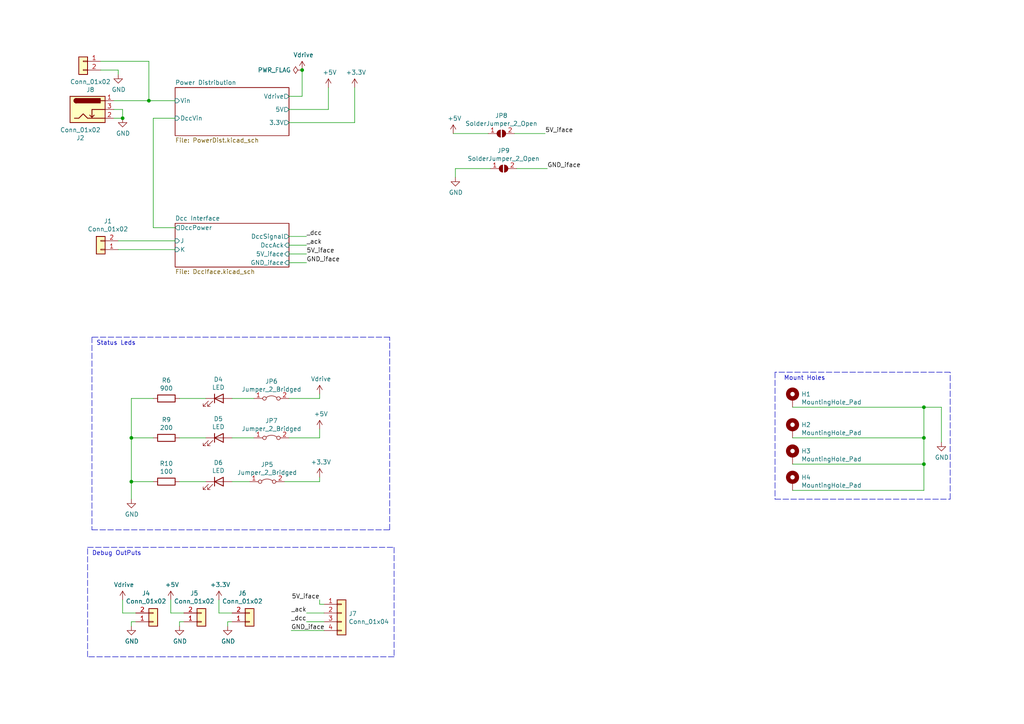
<source format=kicad_sch>
(kicad_sch (version 20211123) (generator eeschema)
  (paper "A4")
  (title_block (date "2021-11-09") (rev "v1.0.0-RC2"))
  (lib_symbols
    (symbol "Connector:Barrel_Jack_Switch" (pin_names hide)
      (property "Reference" "J" (at 0 5.334 0))
      (property "Value" "Barrel_Jack_Switch" (at 0 -5.08 0))
      (symbol "Barrel_Jack_Switch_0_1"
        (rectangle (start -5.08 3.81) (end 5.08 -3.81) (stroke (width 0.254)) (fill (type background)))
        (arc (start -3.302 3.175) (mid -3.937 2.54) (end -3.302 1.905) (stroke (width 0.254)))
        (arc (start -3.302 3.175) (mid -3.937 2.54) (end -3.302 1.905) (stroke (width 0.254)) (fill (type outline)))
        (polyline (pts (xy 1.27 -2.286) (xy 1.905 -1.651)) (stroke (width 0.254)))
        (polyline (pts (xy 5.08 2.54) (xy 3.81 2.54)) (stroke (width 0.254)))
        (polyline (pts (xy 5.08 0) (xy 1.27 0) (xy 1.27 -2.286) (xy 0.635 -1.651)) (stroke (width 0.254)))
        (polyline (pts (xy -3.81 -2.54) (xy -2.54 -2.54) (xy -1.27 -1.27) (xy 0 -2.54) (xy 2.54 -2.54) (xy 5.08 -2.54)) (stroke (width 0.254)))
        (rectangle (start 3.683 3.175) (end -3.302 1.905) (stroke (width 0.254)) (fill (type outline)))
      )
      (symbol "Barrel_Jack_Switch_1_1"
        (pin passive line (at 7.62 2.54 180) (length 2.54) (name "~") (number "1"))
        (pin passive line (at 7.62 -2.54 180) (length 2.54) (name "~") (number "2"))
        (pin passive line (at 7.62 0 180) (length 2.54) (name "~") (number "3"))
      )
    )
    (symbol "Connector_Generic:Conn_01x02" (pin_names (offset 1.016) hide)
      (property "Reference" "J" (at 0 2.54 0))
      (property "Value" "Conn_01x02" (at 0 -5.08 0))
      (symbol "Conn_01x02_1_1"
        (rectangle (start -1.27 -2.413) (end 0 -2.667) (stroke (width 0.1524)))
        (rectangle (start -1.27 0.127) (end 0 -0.127) (stroke (width 0.1524)))
        (rectangle (start -1.27 1.27) (end 1.27 -3.81) (stroke (width 0.254)) (fill (type background)))
        (pin passive line (at -5.08 0 0) (length 3.81) (name "Pin_1") (number "1"))
        (pin passive line (at -5.08 -2.54 0) (length 3.81) (name "Pin_2") (number "2"))
      )
    )
    (symbol "Connector_Generic:Conn_01x04" (pin_names (offset 1.016) hide)
      (property "Reference" "J" (at 0 5.08 0))
      (property "Value" "Conn_01x04" (at 0 -7.62 0))
      (symbol "Conn_01x04_1_1"
        (rectangle (start -1.27 -4.953) (end 0 -5.207) (stroke (width 0.1524)))
        (rectangle (start -1.27 -2.413) (end 0 -2.667) (stroke (width 0.1524)))
        (rectangle (start -1.27 0.127) (end 0 -0.127) (stroke (width 0.1524)))
        (rectangle (start -1.27 2.667) (end 0 2.413) (stroke (width 0.1524)))
        (rectangle (start -1.27 3.81) (end 1.27 -6.35) (stroke (width 0.254)) (fill (type background)))
        (pin passive line (at -5.08 2.54 0) (length 3.81) (name "Pin_1") (number "1"))
        (pin passive line (at -5.08 0 0) (length 3.81) (name "Pin_2") (number "2"))
        (pin passive line (at -5.08 -2.54 0) (length 3.81) (name "Pin_3") (number "3"))
        (pin passive line (at -5.08 -5.08 0) (length 3.81) (name "Pin_4") (number "4"))
      )
    )
    (symbol "Device:LED" (pin_numbers hide) (pin_names (offset 1.016) hide)
      (property "Reference" "D" (at 0 2.54 0))
      (property "Value" "LED" (at 0 -2.54 0))
      (symbol "LED_0_1"
        (polyline (pts (xy -1.27 -1.27) (xy -1.27 1.27)) (stroke (width 0.254)))
        (polyline (pts (xy -1.27 0) (xy 1.27 0)))
        (polyline (pts (xy 1.27 -1.27) (xy 1.27 1.27) (xy -1.27 0) (xy 1.27 -1.27)) (stroke (width 0.254)))
        (polyline (pts (xy -3.048 -0.762) (xy -4.572 -2.286) (xy -3.81 -2.286) (xy -4.572 -2.286) (xy -4.572 -1.524)))
        (polyline (pts (xy -1.778 -0.762) (xy -3.302 -2.286) (xy -2.54 -2.286) (xy -3.302 -2.286) (xy -3.302 -1.524)))
      )
      (symbol "LED_1_1"
        (pin passive line (at -3.81 0 0) (length 2.54) (name "K") (number "1"))
        (pin passive line (at 3.81 0 180) (length 2.54) (name "A") (number "2"))
      )
    )
    (symbol "Device:R" (pin_numbers hide) (pin_names (offset 0))
      (property "Reference" "R" (at 2.032 0 90))
      (property "Value" "R" (at 0 0 90))
      (symbol "R_0_1"
        (rectangle (start -1.016 -2.54) (end 1.016 2.54) (stroke (width 0.254)))
      )
      (symbol "R_1_1"
        (pin passive line (at 0 3.81 270) (length 1.27) (name "~") (number "1"))
        (pin passive line (at 0 -3.81 90) (length 1.27) (name "~") (number "2"))
      )
    )
    (symbol "Jumper:Jumper_2_Bridged" (pin_names (offset 0) hide)
      (property "Reference" "JP" (at 0 1.905 0))
      (property "Value" "Jumper_2_Bridged" (at 0 -2.54 0))
      (symbol "Jumper_2_Bridged_0_0"
        (circle (center -2.032 0) (radius 0.508))
        (circle (center 2.032 0) (radius 0.508))
      )
      (symbol "Jumper_2_Bridged_0_1"
        (arc (start 1.524 0.254) (mid 0 0.762) (end -1.524 0.254))
      )
      (symbol "Jumper_2_Bridged_1_1"
        (pin passive line (at -5.08 0 0) (length 2.54) (name "A") (number "1"))
        (pin passive line (at 5.08 0 180) (length 2.54) (name "B") (number "2"))
      )
    )
    (symbol "Jumper:SolderJumper_2_Open" (pin_names (offset 0) hide)
      (property "Reference" "JP" (at 0 2.032 0))
      (property "Value" "SolderJumper_2_Open" (at 0 -2.54 0))
      (symbol "SolderJumper_2_Open_0_1"
        (arc (start -0.254 1.016) (mid -1.27 0) (end -0.254 -1.016))
        (arc (start -0.254 1.016) (mid -1.27 0) (end -0.254 -1.016) (fill (type outline)))
        (polyline (pts (xy -0.254 1.016) (xy -0.254 -1.016)))
        (polyline (pts (xy 0.254 1.016) (xy 0.254 -1.016)))
        (arc (start 0.254 -1.016) (mid 1.27 0) (end 0.254 1.016))
        (arc (start 0.254 -1.016) (mid 1.27 0) (end 0.254 1.016) (fill (type outline)))
      )
      (symbol "SolderJumper_2_Open_1_1"
        (pin passive line (at -3.81 0 0) (length 2.54) (name "A") (number "1"))
        (pin passive line (at 3.81 0 180) (length 2.54) (name "B") (number "2"))
      )
    )
    (symbol "Mechanical:MountingHole_Pad" (pin_numbers hide) (pin_names (offset 1.016) hide)
      (property "Reference" "H" (at 0 6.35 0))
      (property "Value" "MountingHole_Pad" (at 0 4.445 0))
      (symbol "MountingHole_Pad_0_1"
        (circle (center 0 1.27) (radius 1.27) (stroke (width 1.27)))
      )
      (symbol "MountingHole_Pad_1_1"
        (pin input line (at 0 -2.54 90) (length 2.54) (name "1") (number "1"))
      )
    )
    (symbol "power:+3.3V" (power) (pin_names (offset 0))
      (property "Value" "+3.3V" (at 0 3.556 0))
      (symbol "+3.3V_0_1"
        (polyline (pts (xy -0.762 1.27) (xy 0 2.54)))
        (polyline (pts (xy 0 0) (xy 0 2.54)))
        (polyline (pts (xy 0 2.54) (xy 0.762 1.27)))
      )
      (symbol "+3.3V_1_1"
        (pin power_in line (at 0 0 90) (length 0) hide (name "+3.3V") (number "1"))
      )
    )
    (symbol "power:+5V" (power) (pin_names (offset 0))
      (property "Value" "+5V" (at 0 3.556 0))
      (symbol "+5V_0_1"
        (polyline (pts (xy -0.762 1.27) (xy 0 2.54)))
        (polyline (pts (xy 0 0) (xy 0 2.54)))
        (polyline (pts (xy 0 2.54) (xy 0.762 1.27)))
      )
      (symbol "+5V_1_1"
        (pin power_in line (at 0 0 90) (length 0) hide (name "+5V") (number "1"))
      )
    )
    (symbol "power:GND" (power) (pin_names (offset 0))
      (property "Value" "GND" (at 0 -3.81 0))
      (symbol "GND_0_1"
        (polyline (pts (xy 0 0) (xy 0 -1.27) (xy 1.27 -1.27) (xy 0 -2.54) (xy -1.27 -1.27) (xy 0 -1.27)))
      )
      (symbol "GND_1_1"
        (pin power_in line (at 0 0 270) (length 0) hide (name "GND") (number "1"))
      )
    )
    (symbol "power:PWR_FLAG" (power) (pin_numbers hide) (pin_names (offset 0) hide)
      (property "Value" "PWR_FLAG" (at 0 3.81 0))
      (symbol "PWR_FLAG_0_0"
        (pin power_out line (at 0 0 90) (length 0) (name "pwr") (number "1"))
      )
      (symbol "PWR_FLAG_0_1"
        (polyline (pts (xy 0 0) (xy 0 1.27) (xy -1.016 1.905) (xy 0 2.54) (xy 1.016 1.905) (xy 0 1.27)))
      )
    )
    (symbol "power:Vdrive" (power) (pin_names (offset 0))
      (property "Value" "Vdrive" (at 0 3.81 0))
      (symbol "Vdrive_0_1"
        (polyline (pts (xy -0.762 1.27) (xy 0 2.54)))
        (polyline (pts (xy 0 0) (xy 0 2.54)))
        (polyline (pts (xy 0 2.54) (xy 0.762 1.27)))
      )
      (symbol "Vdrive_1_1"
        (pin power_in line (at 0 0 90) (length 0) hide (name "Vdrive") (number "1"))
      )
    )
  )
  (junction (at 87.63 20.32))
  (junction (at 38.1 127))
  (junction (at 267.97 134.62))
  (junction (at 267.97 127))
  (junction (at 35.56 34.29))
  (junction (at 38.1 139.7))
  (junction (at 267.97 118.11))
  (junction (at 43.18 29.21))
  (wire (pts (xy 38.1 115.57) (xy 38.1 127)))
  (wire (pts (xy 92.71 139.7) (xy 82.55 139.7)))
  (wire (pts (xy 67.31 180.34) (xy 66.04 180.34)))
  (wire (pts (xy 67.31 127) (xy 73.66 127)))
  (wire (pts (xy 52.07 115.57) (xy 59.69 115.57)))
  (polyline (pts (xy 114.3 190.5) (xy 25.4 190.5)))
  (wire (pts (xy 273.05 118.11) (xy 267.97 118.11)))
  (wire (pts (xy 267.97 142.24) (xy 267.97 134.62)))
  (polyline (pts (xy 113.03 97.79) (xy 26.67 97.79)))
  (wire (pts (xy 44.45 127) (xy 38.1 127)))
  (wire (pts (xy 29.21 17.78) (xy 43.18 17.78)))
  (wire (pts (xy 43.18 29.21) (xy 50.8 29.21)))
  (wire (pts (xy 92.71 175.26) (xy 93.98 175.26)))
  (polyline (pts (xy 25.4 190.5) (xy 25.4 158.75)))
  (wire (pts (xy 267.97 127) (xy 267.97 134.62)))
  (wire (pts (xy 88.9 177.8) (xy 93.98 177.8)))
  (polyline (pts (xy 114.3 158.75) (xy 114.3 190.5)))
  (wire (pts (xy 52.07 180.34) (xy 52.07 181.61)))
  (wire (pts (xy 49.53 177.8) (xy 49.53 173.99)))
  (wire (pts (xy 50.8 66.04) (xy 44.45 66.04)))
  (wire (pts (xy 35.56 31.75) (xy 33.02 31.75)))
  (wire (pts (xy 88.9 180.34) (xy 93.98 180.34)))
  (wire (pts (xy 267.97 127) (xy 267.97 118.11)))
  (wire (pts (xy 83.82 68.58) (xy 88.9 68.58)))
  (wire (pts (xy 95.25 25.4) (xy 95.25 31.75)))
  (wire (pts (xy 39.37 180.34) (xy 38.1 180.34)))
  (wire (pts (xy 131.445 38.735) (xy 141.605 38.735)))
  (wire (pts (xy 38.1 180.34) (xy 38.1 181.61)))
  (wire (pts (xy 43.18 17.78) (xy 43.18 29.21)))
  (polyline (pts (xy 275.59 107.95) (xy 224.79 107.95)))
  (wire (pts (xy 92.71 127) (xy 83.82 127)))
  (wire (pts (xy 34.29 21.59) (xy 34.29 20.32)))
  (wire (pts (xy 34.29 20.32) (xy 29.21 20.32)))
  (wire (pts (xy 87.63 27.94) (xy 83.82 27.94)))
  (wire (pts (xy 132.08 48.895) (xy 132.08 51.435)))
  (wire (pts (xy 229.87 142.24) (xy 267.97 142.24)))
  (wire (pts (xy 59.69 127) (xy 52.07 127)))
  (wire (pts (xy 149.225 38.735) (xy 158.115 38.735)))
  (wire (pts (xy 102.87 35.56) (xy 83.82 35.56)))
  (wire (pts (xy 72.39 139.7) (xy 67.31 139.7)))
  (wire (pts (xy 44.45 66.04) (xy 44.45 34.29)))
  (wire (pts (xy 92.71 124.46) (xy 92.71 127)))
  (polyline (pts (xy 275.59 144.78) (xy 275.59 107.95)))
  (wire (pts (xy 83.82 76.2) (xy 88.9 76.2)))
  (wire (pts (xy 92.71 115.57) (xy 83.82 115.57)))
  (wire (pts (xy 273.05 128.27) (xy 273.05 118.11)))
  (wire (pts (xy 38.1 127) (xy 38.1 139.7)))
  (wire (pts (xy 92.71 138.43) (xy 92.71 139.7)))
  (wire (pts (xy 63.5 177.8) (xy 63.5 173.99)))
  (wire (pts (xy 267.97 118.11) (xy 229.87 118.11)))
  (wire (pts (xy 84.455 182.88) (xy 93.98 182.88)))
  (polyline (pts (xy 26.67 153.67) (xy 113.03 153.67)))
  (wire (pts (xy 66.04 180.34) (xy 66.04 181.61)))
  (wire (pts (xy 92.71 173.99) (xy 92.71 175.26)))
  (wire (pts (xy 33.02 34.29) (xy 35.56 34.29)))
  (wire (pts (xy 132.08 48.895) (xy 142.24 48.895)))
  (wire (pts (xy 229.87 127) (xy 267.97 127)))
  (polyline (pts (xy 25.4 158.75) (xy 114.3 158.75)))
  (wire (pts (xy 52.07 139.7) (xy 59.69 139.7)))
  (polyline (pts (xy 113.03 153.67) (xy 113.03 97.79)))
  (wire (pts (xy 88.9 73.66) (xy 83.82 73.66)))
  (wire (pts (xy 53.34 177.8) (xy 49.53 177.8)))
  (wire (pts (xy 44.45 34.29) (xy 50.8 34.29)))
  (wire (pts (xy 53.34 180.34) (xy 52.07 180.34)))
  (polyline (pts (xy 224.79 107.95) (xy 224.79 144.78)))
  (wire (pts (xy 44.45 139.7) (xy 38.1 139.7)))
  (wire (pts (xy 267.97 134.62) (xy 229.87 134.62)))
  (wire (pts (xy 33.02 29.21) (xy 43.18 29.21)))
  (wire (pts (xy 149.86 48.895) (xy 158.75 48.895)))
  (wire (pts (xy 102.87 25.4) (xy 102.87 35.56)))
  (wire (pts (xy 87.63 20.32) (xy 87.63 27.94)))
  (wire (pts (xy 35.56 34.29) (xy 35.56 31.75)))
  (wire (pts (xy 50.8 72.39) (xy 34.29 72.39)))
  (wire (pts (xy 67.31 177.8) (xy 63.5 177.8)))
  (wire (pts (xy 95.25 31.75) (xy 83.82 31.75)))
  (wire (pts (xy 88.9 71.12) (xy 83.82 71.12)))
  (wire (pts (xy 35.56 177.8) (xy 39.37 177.8)))
  (wire (pts (xy 44.45 115.57) (xy 38.1 115.57)))
  (wire (pts (xy 35.56 177.8) (xy 35.56 173.99)))
  (wire (pts (xy 92.71 114.3) (xy 92.71 115.57)))
  (polyline (pts (xy 26.67 97.79) (xy 26.67 153.67)))
  (wire (pts (xy 50.8 69.85) (xy 34.29 69.85)))
  (wire (pts (xy 38.1 139.7) (xy 38.1 144.78)))
  (wire (pts (xy 73.66 115.57) (xy 67.31 115.57)))
  (polyline (pts (xy 224.79 144.78) (xy 275.59 144.78)))
  (text "Debug OutPuts" (at 26.67 161.29 0) (effects (font (size 1.27 1.27)) (justify left bottom)))
  (text "Mount Holes" (at 227.33 110.49 0) (effects (font (size 1.27 1.27)) (justify left bottom)))
  (text "Status Leds" (at 27.94 100.33 0) (effects (font (size 1.27 1.27)) (justify left bottom)))
  (label "GND_iface" (at 88.9 76.2 0))
  (label "_ack" (at 88.9 71.12 0))
  (label "5V_iface" (at 92.71 173.99 180))
  (label "GND_iface" (at 158.75 48.895 0))
  (label "5V_iface" (at 158.115 38.735 0))
  (label "_ack" (at 88.9 177.8 180))
  (label "5V_iface" (at 88.9 73.66 0))
  (label "GND_iface" (at 84.455 182.88 0))
  (label "_dcc" (at 88.9 180.34 180))
  (label "_dcc" (at 88.9 68.58 0))
  (symbol (lib_id "Connector_Generic:Conn_01x02") (at 29.21 72.39 180) (unit 1)
    (property "Reference" "J1" (at 31.2928 64.135 0))
    (property "Value" "Conn_01x02" (at 31.2928 66.4464 0))
    (property "Footprint" "Connector_JST:JST_XH_S2B-XH-A-1_1x02_P2.50mm_Horizontal" (effects hide))
  )
  (symbol (lib_id "Connector:Barrel_Jack_Switch") (at 25.4 31.75 0) (unit 1)
    (property "Reference" "J2" (at 23.3172 40.005 0))
    (property "Value" "Conn_01x02" (at 23.3172 37.6936 0))
    (property "Footprint" "Connector_BarrelJack:BarrelJack_Horizontal" (effects hide))
    (property "Mouser" "806-KLDX-0202-A" (effects hide))
    (property "REF" "KLDX-0202-A" (effects hide))
  )
  (symbol (lib_id "power:+3.3V") (at 102.87 25.4 0) (unit 1)
    (property "Reference" "#PWR0101" (effects hide))
    (property "Value" "+3.3V" (at 103.251 21.0058 0))
  )
  (symbol (lib_id "power:+5V") (at 95.25 25.4 0) (unit 1)
    (property "Reference" "#PWR0102" (effects hide))
    (property "Value" "+5V" (at 95.631 21.0058 0))
  )
  (symbol (lib_id "power:Vdrive") (at 87.63 20.32 0) (unit 1)
    (property "Reference" "#PWR0103" (effects hide))
    (property "Value" "Vdrive" (at 88.011 15.9258 0))
  )
  (symbol (lib_id "power:GND") (at 35.56 34.29 0) (unit 1)
    (property "Reference" "#PWR0104" (effects hide))
    (property "Value" "GND" (at 35.687 38.6842 0))
  )
  (symbol (lib_id "Device:LED") (at 63.5 115.57 0) (unit 1)
    (property "Reference" "D4" (at 63.3222 110.0582 0))
    (property "Value" "LED" (at 63.3222 112.3696 0))
    (property "Footprint" "LED_SMD:LED_1206_3216Metric" (effects hide))
  )
  (symbol (lib_id "Device:LED") (at 63.5 127 0) (unit 1)
    (property "Reference" "D5" (at 63.3222 121.4882 0))
    (property "Value" "LED" (at 63.3222 123.7996 0))
    (property "Footprint" "LED_SMD:LED_1206_3216Metric" (effects hide))
  )
  (symbol (lib_id "Device:LED") (at 63.5 139.7 0) (unit 1)
    (property "Reference" "D6" (at 63.3222 134.1882 0))
    (property "Value" "LED" (at 63.3222 136.4996 0))
    (property "Footprint" "LED_SMD:LED_1206_3216Metric" (effects hide))
  )
  (symbol (lib_id "Device:R") (at 48.26 115.57 270) (unit 1)
    (property "Reference" "R6" (at 48.26 110.3122 90))
    (property "Value" "900" (at 48.26 112.6236 90))
    (property "Footprint" "Resistor_SMD:R_1206_3216Metric" (effects hide))
    (property "Mouser" "652-CR1206FX-9090ELF" (effects hide))
    (property "REF" "CR1206-FX-9090ELF" (effects hide))
  )
  (symbol (lib_id "Device:R") (at 48.26 127 270) (unit 1)
    (property "Reference" "R9" (at 48.26 121.7422 90))
    (property "Value" "200" (at 48.26 124.0536 90))
    (property "Footprint" "Resistor_SMD:R_1206_3216Metric" (effects hide))
    (property "Mouser" "603-RC1206FR-07200RL" (effects hide))
    (property "REF" "RC1206FR-07200RL" (effects hide))
  )
  (symbol (lib_id "Device:R") (at 48.26 139.7 270) (unit 1)
    (property "Reference" "R10" (at 48.26 134.4422 90))
    (property "Value" "100" (at 48.26 136.7536 90))
    (property "Footprint" "Resistor_SMD:R_1206_3216Metric" (effects hide))
    (property "Mouser" "603-AC1206FR-10100RL" (effects hide))
    (property "REF" "AC1206FR-10100RL" (effects hide))
  )
  (symbol (lib_id "power:GND") (at 38.1 144.78 0) (unit 1)
    (property "Reference" "#PWR01" (effects hide))
    (property "Value" "GND" (at 38.227 149.1742 0))
  )
  (symbol (lib_id "Jumper:Jumper_2_Bridged") (at 78.74 115.57 0) (unit 1)
    (property "Reference" "JP6" (at 78.74 110.617 0))
    (property "Value" "Jumper_2_Bridged" (at 78.74 112.9284 0))
    (property "Footprint" "Jumper:SolderJumper-2_P1.3mm_Bridged_RoundedPad1.0x1.5mm" (effects hide))
  )
  (symbol (lib_id "Jumper:Jumper_2_Bridged") (at 78.74 127 0) (unit 1)
    (property "Reference" "JP7" (at 78.74 122.047 0))
    (property "Value" "Jumper_2_Bridged" (at 78.74 124.3584 0))
    (property "Footprint" "Jumper:SolderJumper-2_P1.3mm_Bridged_RoundedPad1.0x1.5mm" (effects hide))
  )
  (symbol (lib_id "Jumper:Jumper_2_Bridged") (at 77.47 139.7 0) (unit 1)
    (property "Reference" "JP5" (at 77.47 134.747 0))
    (property "Value" "Jumper_2_Bridged" (at 77.47 137.0584 0))
    (property "Footprint" "Jumper:SolderJumper-2_P1.3mm_Bridged_RoundedPad1.0x1.5mm" (effects hide))
  )
  (symbol (lib_id "power:+3.3V") (at 92.71 138.43 0) (unit 1)
    (property "Reference" "#PWR07" (effects hide))
    (property "Value" "+3.3V" (at 93.091 134.0358 0))
  )
  (symbol (lib_id "power:+5V") (at 92.71 124.46 0) (unit 1)
    (property "Reference" "#PWR06" (effects hide))
    (property "Value" "+5V" (at 93.091 120.0658 0))
  )
  (symbol (lib_id "power:Vdrive") (at 92.71 114.3 0) (unit 1)
    (property "Reference" "#PWR05" (effects hide))
    (property "Value" "Vdrive" (at 93.091 109.9058 0))
  )
  (symbol (lib_id "Connector_Generic:Conn_01x02") (at 44.45 180.34 0) (mirror x) (unit 1)
    (property "Reference" "J4" (at 42.3672 172.085 0))
    (property "Value" "Conn_01x02" (at 42.3672 174.3964 0))
    (property "Footprint" "TerminalBlock_Phoenix:TerminalBlock_Phoenix_PT-1,5-2-3.5-H_1x02_P3.50mm_Horizontal" (effects hide))
    (property "REF" "1776275-2" (effects hide))
    (property "Farnell" "1098611" (effects hide))
  )
  (symbol (lib_id "Connector_Generic:Conn_01x02") (at 58.42 180.34 0) (mirror x) (unit 1)
    (property "Reference" "J5" (at 56.3372 172.085 0))
    (property "Value" "Conn_01x02" (at 56.3372 174.3964 0))
    (property "Footprint" "TerminalBlock_Phoenix:TerminalBlock_Phoenix_PT-1,5-2-3.5-H_1x02_P3.50mm_Horizontal" (effects hide))
    (property "Farnell" "1098611" (effects hide))
  )
  (symbol (lib_id "Connector_Generic:Conn_01x02") (at 72.39 180.34 0) (mirror x) (unit 1)
    (property "Reference" "J6" (at 70.3072 172.085 0))
    (property "Value" "Conn_01x02" (at 70.3072 174.3964 0))
    (property "Footprint" "TerminalBlock_Phoenix:TerminalBlock_Phoenix_PT-1,5-2-3.5-H_1x02_P3.50mm_Horizontal" (effects hide))
    (property "Farnell" "1098611" (effects hide))
  )
  (symbol (lib_id "Connector_Generic:Conn_01x04") (at 99.06 177.8 0) (unit 1)
    (property "Reference" "J7" (at 101.092 178.0032 0) (effects (justify left)))
    (property "Value" "Conn_01x04" (at 101.092 180.3146 0) (effects (justify left)))
    (property "Footprint" "Connector_JST:JST_XH_S4B-XH-A_1x04_P2.50mm_Horizontal" (effects hide))
  )
  (symbol (lib_id "power:GND") (at 66.04 181.61 0) (unit 1)
    (property "Reference" "#PWR0110" (effects hide))
    (property "Value" "GND" (at 66.167 186.0042 0))
  )
  (symbol (lib_id "power:GND") (at 52.07 181.61 0) (unit 1)
    (property "Reference" "#PWR0112" (effects hide))
    (property "Value" "GND" (at 52.197 186.0042 0))
  )
  (symbol (lib_id "power:GND") (at 38.1 181.61 0) (unit 1)
    (property "Reference" "#PWR0113" (effects hide))
    (property "Value" "GND" (at 38.227 186.0042 0))
  )
  (symbol (lib_id "power:+3.3V") (at 63.5 173.99 0) (unit 1)
    (property "Reference" "#PWR0114" (effects hide))
    (property "Value" "+3.3V" (at 63.881 169.5958 0))
  )
  (symbol (lib_id "power:+5V") (at 49.53 173.99 0) (unit 1)
    (property "Reference" "#PWR0115" (effects hide))
    (property "Value" "+5V" (at 49.911 169.5958 0))
  )
  (symbol (lib_id "power:Vdrive") (at 35.56 173.99 0) (unit 1)
    (property "Reference" "#PWR0116" (effects hide))
    (property "Value" "Vdrive" (at 35.941 169.5958 0))
  )
  (symbol (lib_id "power:+5V") (at 131.445 38.735 0) (unit 1)
    (property "Reference" "#PWR0117" (effects hide))
    (property "Value" "+5V" (at 131.826 34.3408 0))
  )
  (symbol (lib_id "Mechanical:MountingHole_Pad") (at 229.87 115.57 0) (unit 1)
    (property "Reference" "H1" (at 232.41 114.3254 0) (effects (justify left)))
    (property "Value" "MountingHole_Pad" (at 232.41 116.6368 0) (effects (justify left)))
    (property "Footprint" "MountingHole:MountingHole_2.7mm_M2.5_DIN965_Pad" (effects hide))
  )
  (symbol (lib_id "Mechanical:MountingHole_Pad") (at 229.87 124.46 0) (unit 1)
    (property "Reference" "H2" (at 232.41 123.2154 0) (effects (justify left)))
    (property "Value" "MountingHole_Pad" (at 232.41 125.5268 0) (effects (justify left)))
    (property "Footprint" "MountingHole:MountingHole_2.7mm_M2.5_DIN965_Pad" (effects hide))
  )
  (symbol (lib_id "Mechanical:MountingHole_Pad") (at 229.87 132.08 0) (unit 1)
    (property "Reference" "H3" (at 232.41 130.8354 0) (effects (justify left)))
    (property "Value" "MountingHole_Pad" (at 232.41 133.1468 0) (effects (justify left)))
    (property "Footprint" "MountingHole:MountingHole_2.7mm_M2.5_DIN965_Pad" (effects hide))
  )
  (symbol (lib_id "power:GND") (at 273.05 128.27 0) (unit 1)
    (property "Reference" "#PWR0105" (effects hide))
    (property "Value" "GND" (at 273.177 132.6642 0))
  )
  (symbol (lib_id "Jumper:SolderJumper_2_Open") (at 145.415 38.735 0) (unit 1)
    (property "Reference" "JP8" (at 145.415 33.528 0))
    (property "Value" "SolderJumper_2_Open" (at 145.415 35.8394 0))
    (property "Footprint" "Jumper:SolderJumper-2_P1.3mm_Open_RoundedPad1.0x1.5mm" (effects hide))
  )
  (symbol (lib_id "Mechanical:MountingHole_Pad") (at 229.87 139.7 0) (unit 1)
    (property "Reference" "H4" (at 232.41 138.4554 0) (effects (justify left)))
    (property "Value" "MountingHole_Pad" (at 232.41 140.7668 0) (effects (justify left)))
    (property "Footprint" "MountingHole:MountingHole_2.7mm_M2.5_DIN965_Pad" (effects hide))
  )
  (symbol (lib_id "Connector_Generic:Conn_01x02") (at 24.13 17.78 0) (mirror y) (unit 1)
    (property "Reference" "J8" (at 26.2128 26.035 0))
    (property "Value" "Conn_01x02" (at 26.2128 23.7236 0))
    (property "Footprint" "TerminalBlock_Phoenix:TerminalBlock_Phoenix_PT-1,5-2-3.5-H_1x02_P3.50mm_Horizontal" (effects hide))
    (property "REF" "CTB3051/2BK" (effects hide))
    (property "Farnell" "3882615" (effects hide))
  )
  (symbol (lib_id "power:GND") (at 34.29 21.59 0) (unit 1)
    (property "Reference" "#PWR014" (effects hide))
    (property "Value" "GND" (at 34.417 25.9842 0))
  )
  (symbol (lib_id "power:PWR_FLAG") (at 87.63 20.32 90) (unit 1)
    (property "Reference" "#FLG0101" (effects hide))
    (property "Value" "PWR_FLAG" (at 84.4042 20.32 90) (effects (justify left)))
  )
  (symbol (lib_id "power:GND") (at 132.08 51.435 0) (unit 1)
    (property "Reference" "#PWR016" (effects hide))
    (property "Value" "GND" (at 132.207 55.8292 0))
  )
  (symbol (lib_id "Jumper:SolderJumper_2_Open") (at 146.05 48.895 0) (unit 1)
    (property "Reference" "JP9" (at 146.05 43.688 0))
    (property "Value" "SolderJumper_2_Open" (at 146.05 45.9994 0))
    (property "Footprint" "Jumper:SolderJumper-2_P1.3mm_Open_RoundedPad1.0x1.5mm" (effects hide))
  )
  (sheet (at 50.8 25.4) (size 33.02 13.97)
    (property "Sheet name" "Power Distribution" (at 50.8 24.6884 0) (effects (justify left bottom)))
    (property "Sheet file" "PowerDist.kicad_sch" (at 50.8 39.9546 0) (effects (justify left top)))
    (pin "Vin" input (at 50.8 29.21 180))
    (pin "DccVin" input (at 50.8 34.29 180))
    (pin "5V" output (at 83.82 31.75 0))
    (pin "3.3V" output (at 83.82 35.56 0))
    (pin "Vdrive" output (at 83.82 27.94 0))
  )
  (sheet (at 50.8 64.77) (size 33.02 12.7)
    (property "Sheet name" "Dcc Interface" (at 50.8 64.0584 0) (effects (justify left bottom)))
    (property "Sheet file" "DccIface.kicad_sch" (at 50.8 78.0546 0) (effects (justify left top)))
    (pin "J" input (at 50.8 69.85 180))
    (pin "K" input (at 50.8 72.39 180))
    (pin "DccPower" output (at 50.8 66.04 180))
    (pin "DccSignal" output (at 83.82 68.58 0))
    (pin "DccAck" input (at 83.82 71.12 0))
    (pin "5V_iface" input (at 83.82 73.66 0))
    (pin "GND_iface" input (at 83.82 76.2 0))
  )
)
</source>
